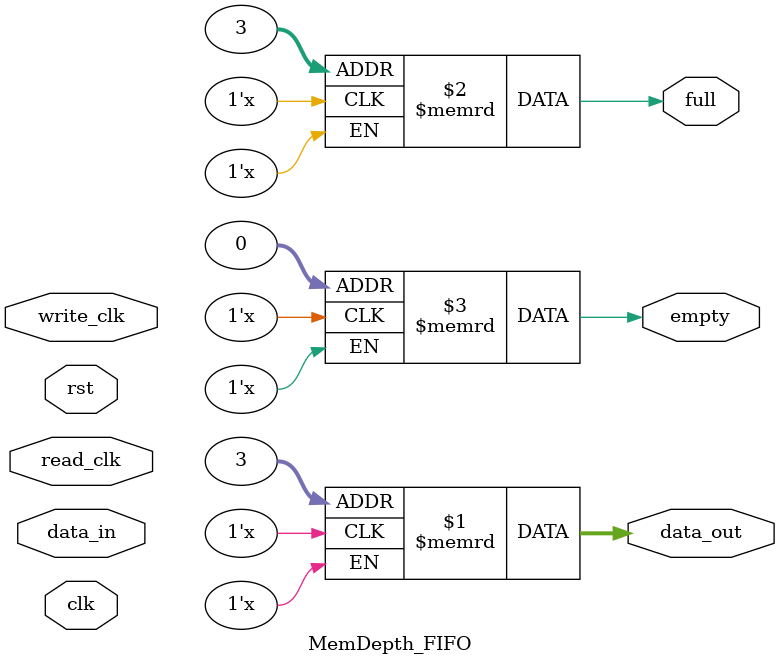
<source format=sv>
`timescale 1ns / 1ps


module MemDepth_FIFO #(parameter WIDTH = 8, parameter DEPTH = 4, parameter NUM_FIFOS = 4) // Set NUM_FIFOS to 4
(
    input logic clk, write_clk, read_clk, rst,
    input logic [WIDTH-1:0] data_in,
    output logic [WIDTH-1:0] data_out,
    output logic full, empty
);

    logic [WIDTH-1:0] fifo_data_in [NUM_FIFOS-1:0];
    logic [WIDTH-1:0] fifo_data_out [NUM_FIFOS-1:0];
    logic fifo_full [NUM_FIFOS-1:0], fifo_empty [NUM_FIFOS-1:0];


    generate
        genvar i;
        for (i = 0; i < NUM_FIFOS; i = i + 1) begin : cascaded_fifos
            ExclusiveRW_FIFO #(.WIDTH(WIDTH), .DEPTH(DEPTH)) fifo_inst (
                .clk(clk),
                .write_clk(write_clk),
                .read_clk(read_clk),
                .rst(rst),
                .data_in((i == 0) ? data_in : fifo_data_out[i-1]),  
                .data_out(fifo_data_out[i]),
                .full(fifo_full[i]),
                .empty(fifo_empty[i])
            );
        end
    endgenerate

 
    assign data_out = fifo_data_out[NUM_FIFOS-1];
    assign full = fifo_full[NUM_FIFOS-1];
    assign empty = fifo_empty[0];

endmodule
</source>
